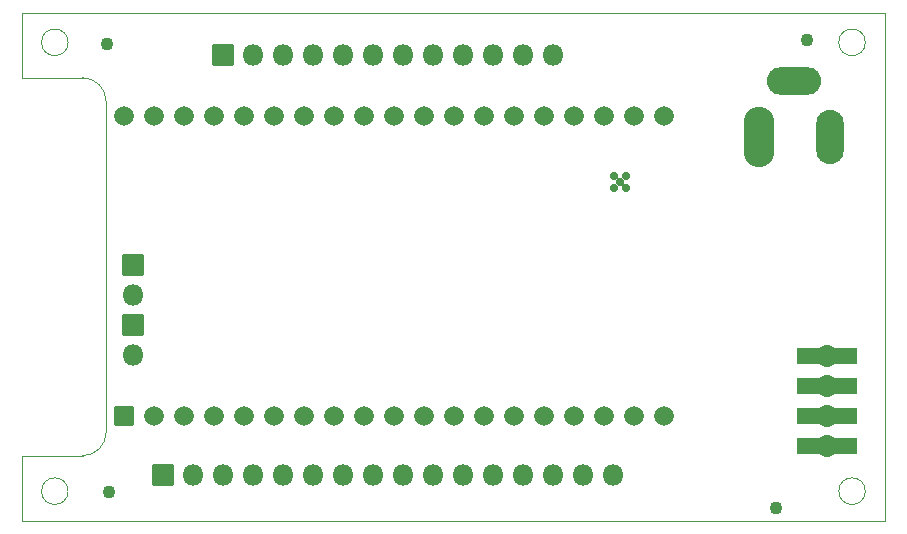
<source format=gbr>
%TF.GenerationSoftware,KiCad,Pcbnew,5.99.0-unknown-308ab8caf~106~ubuntu18.04.1*%
%TF.CreationDate,2021-02-25T19:42:54-08:00*%
%TF.ProjectId,signal-board,7369676e-616c-42d6-926f-6172642e6b69,rev?*%
%TF.SameCoordinates,Original*%
%TF.FileFunction,Soldermask,Top*%
%TF.FilePolarity,Negative*%
%FSLAX46Y46*%
G04 Gerber Fmt 4.6, Leading zero omitted, Abs format (unit mm)*
G04 Created by KiCad (PCBNEW 5.99.0-unknown-308ab8caf~106~ubuntu18.04.1) date 2021-02-25 19:42:54*
%MOMM*%
%LPD*%
G01*
G04 APERTURE LIST*
G04 Aperture macros list*
%AMRoundRect*
0 Rectangle with rounded corners*
0 $1 Rounding radius*
0 $2 $3 $4 $5 $6 $7 $8 $9 X,Y pos of 4 corners*
0 Add a 4 corners polygon primitive as box body*
4,1,4,$2,$3,$4,$5,$6,$7,$8,$9,$2,$3,0*
0 Add four circle primitives for the rounded corners*
1,1,$1+$1,$2,$3,0*
1,1,$1+$1,$4,$5,0*
1,1,$1+$1,$6,$7,0*
1,1,$1+$1,$8,$9,0*
0 Add four rect primitives between the rounded corners*
20,1,$1+$1,$2,$3,$4,$5,0*
20,1,$1+$1,$4,$5,$6,$7,0*
20,1,$1+$1,$6,$7,$8,$9,0*
20,1,$1+$1,$8,$9,$2,$3,0*%
G04 Aperture macros list end*
%TA.AperFunction,Profile*%
%ADD10C,0.100000*%
%TD*%
%TA.AperFunction,Profile*%
%ADD11C,0.120000*%
%TD*%
%ADD12RoundRect,0.050800X0.850000X-0.850000X0.850000X0.850000X-0.850000X0.850000X-0.850000X-0.850000X0*%
%ADD13O,1.801600X1.801600*%
%ADD14O,2.601600X5.101600*%
%ADD15O,2.351600X4.601600*%
%ADD16O,4.601600X2.351600*%
%ADD17C,1.101600*%
%ADD18C,1.851600*%
%ADD19RoundRect,0.050800X-2.500000X-0.625000X2.500000X-0.625000X2.500000X0.625000X-2.500000X0.625000X0*%
%ADD20RoundRect,0.050800X0.780000X-0.780000X0.780000X0.780000X-0.780000X0.780000X-0.780000X-0.780000X0*%
%ADD21C,1.661600*%
%ADD22RoundRect,0.050800X0.850000X0.850000X-0.850000X0.850000X-0.850000X-0.850000X0.850000X-0.850000X0*%
%ADD23C,0.701600*%
G04 APERTURE END LIST*
D10*
X170300000Y-141000000D02*
X170300000Y-98000000D01*
X170300000Y-141000000D02*
X97300000Y-141000000D01*
X97300000Y-135500000D02*
X97300000Y-141000000D01*
X104400000Y-133500000D02*
G75*
G02*
X102400000Y-135500000I-2000000J0D01*
G01*
X104400000Y-133500000D02*
X104400000Y-105500000D01*
X97300000Y-98000000D02*
X97300000Y-103500000D01*
D11*
X101175000Y-138500000D02*
G75*
G03*
X101175000Y-138500000I-1125000J0D01*
G01*
D10*
X102400000Y-103500000D02*
G75*
G02*
X104400000Y-105500000I0J-2000000D01*
G01*
D11*
X101175000Y-100500000D02*
G75*
G03*
X101175000Y-100500000I-1125000J0D01*
G01*
X97300000Y-98000000D02*
X170300000Y-98000000D01*
X168675000Y-138500000D02*
G75*
G03*
X168675000Y-138500000I-1125000J0D01*
G01*
D10*
X102400000Y-135500000D02*
X97300000Y-135500000D01*
D11*
X168675000Y-100500000D02*
G75*
G03*
X168675000Y-100500000I-1125000J0D01*
G01*
D10*
X102400000Y-103500000D02*
X97300000Y-103500000D01*
X170300000Y-141000000D02*
X170300000Y-98000000D01*
X170300000Y-141000000D02*
X97300000Y-141000000D01*
X97300000Y-135500000D02*
X97300000Y-141000000D01*
X104400000Y-133500000D02*
G75*
G02*
X102400000Y-135500000I-2000000J0D01*
G01*
X104400000Y-133500000D02*
X104400000Y-105500000D01*
X97300000Y-98000000D02*
X97300000Y-103500000D01*
D11*
X101175000Y-138500000D02*
G75*
G03*
X101175000Y-138500000I-1125000J0D01*
G01*
D10*
X102400000Y-103500000D02*
G75*
G02*
X104400000Y-105500000I0J-2000000D01*
G01*
D11*
X101175000Y-100500000D02*
G75*
G03*
X101175000Y-100500000I-1125000J0D01*
G01*
X97300000Y-98000000D02*
X170300000Y-98000000D01*
X168675000Y-138500000D02*
G75*
G03*
X168675000Y-138500000I-1125000J0D01*
G01*
D10*
X102400000Y-135500000D02*
X97300000Y-135500000D01*
D11*
X168675000Y-100500000D02*
G75*
G03*
X168675000Y-100500000I-1125000J0D01*
G01*
D10*
X102400000Y-103500000D02*
X97300000Y-103500000D01*
D12*
%TO.C,J4*%
X109220000Y-137160000D03*
D13*
X111760000Y-137160000D03*
X114300000Y-137160000D03*
X116840000Y-137160000D03*
X119380000Y-137160000D03*
X121920000Y-137160000D03*
X124460000Y-137160000D03*
X127000000Y-137160000D03*
X129540000Y-137160000D03*
X132080000Y-137160000D03*
X134620000Y-137160000D03*
X137160000Y-137160000D03*
X139700000Y-137160000D03*
X142240000Y-137160000D03*
X144780000Y-137160000D03*
X147320000Y-137160000D03*
%TD*%
D14*
%TO.C,J1*%
X159675000Y-108475000D03*
D15*
X165675000Y-108475000D03*
D16*
X162675000Y-103775000D03*
%TD*%
D12*
%TO.C,J2*%
X114300000Y-101600000D03*
D13*
X116840000Y-101600000D03*
X119380000Y-101600000D03*
X121920000Y-101600000D03*
X124460000Y-101600000D03*
X127000000Y-101600000D03*
X129540000Y-101600000D03*
X132080000Y-101600000D03*
X134620000Y-101600000D03*
X137160000Y-101600000D03*
X139700000Y-101600000D03*
X142240000Y-101600000D03*
%TD*%
D17*
%TO.C,TP_GND1*%
X104450000Y-100600000D03*
%TD*%
%TO.C,TP_GND6*%
X163728400Y-100304600D03*
%TD*%
%TO.C,TP_GND2*%
X104673400Y-138607800D03*
%TD*%
D18*
%TO.C,J3*%
X165430200Y-127076200D03*
D19*
X165430200Y-127076200D03*
X165430200Y-129616200D03*
D18*
X165430200Y-129616200D03*
X165430200Y-132156200D03*
D19*
X165430200Y-132156200D03*
X165430200Y-134696200D03*
D18*
X165430200Y-134696200D03*
%TD*%
D20*
%TO.C,U2*%
X105890000Y-132100000D03*
D21*
X108430000Y-132100000D03*
X110970000Y-132100000D03*
X113510000Y-132100000D03*
X116050000Y-132100000D03*
X118590000Y-132100000D03*
X121130000Y-132100000D03*
X123670000Y-132100000D03*
X126210000Y-132100000D03*
X128750000Y-132100000D03*
X131290000Y-132100000D03*
X133830000Y-132100000D03*
X136370000Y-132100000D03*
X138910000Y-132100000D03*
X141450000Y-132100000D03*
X143990000Y-132100000D03*
X146530000Y-132100000D03*
X149070000Y-132100000D03*
X151610000Y-132100000D03*
X105890000Y-106700000D03*
X108430000Y-106700000D03*
X110970000Y-106700000D03*
X113510000Y-106700000D03*
X116050000Y-106700000D03*
X118590000Y-106700000D03*
X121130000Y-106700000D03*
X123670000Y-106700000D03*
X126210000Y-106700000D03*
X128750000Y-106700000D03*
X131290000Y-106700000D03*
X133830000Y-106700000D03*
X136370000Y-106700000D03*
X138910000Y-106700000D03*
X141450000Y-106700000D03*
X143990000Y-106700000D03*
X146530000Y-106700000D03*
X149070000Y-106700000D03*
X151610000Y-106700000D03*
%TD*%
D17*
%TO.C,TP_GND8*%
X161150000Y-139900000D03*
%TD*%
D22*
%TO.C,J5*%
X106680000Y-124460000D03*
D13*
X106680000Y-127000000D03*
%TD*%
D23*
%TO.C,U1*%
X147917100Y-112320600D03*
X147417100Y-112820600D03*
X148417100Y-112820600D03*
X148417100Y-111820600D03*
X147417100Y-111820600D03*
%TD*%
D22*
%TO.C,J6*%
X106680000Y-119380000D03*
D13*
X106680000Y-121920000D03*
%TD*%
G36*
X147582039Y-112403388D02*
G01*
X147608867Y-112483801D01*
X147678349Y-112574844D01*
X147773575Y-112638472D01*
X147844313Y-112657228D01*
X147845730Y-112658638D01*
X147845218Y-112660572D01*
X147843487Y-112661136D01*
X147807806Y-112655485D01*
X147771414Y-112664221D01*
X147751947Y-112695988D01*
X147751947Y-112711069D01*
X147756877Y-112742192D01*
X147756161Y-112744059D01*
X147754185Y-112744372D01*
X147752929Y-112742833D01*
X147747069Y-112707627D01*
X147692685Y-112606836D01*
X147608582Y-112529093D01*
X147515606Y-112487989D01*
X147514427Y-112486374D01*
X147515235Y-112484545D01*
X147516728Y-112484185D01*
X147526394Y-112485716D01*
X147562786Y-112476979D01*
X147582253Y-112445212D01*
X147582253Y-112430131D01*
X147578167Y-112404334D01*
X147578883Y-112402467D01*
X147580859Y-112402154D01*
X147582039Y-112403388D01*
G37*
G36*
X148258164Y-112384751D02*
G01*
X148258844Y-112386588D01*
X148251985Y-112429894D01*
X148260721Y-112466286D01*
X148292488Y-112485753D01*
X148307569Y-112485753D01*
X148345858Y-112479688D01*
X148347725Y-112480404D01*
X148348038Y-112482380D01*
X148346653Y-112483604D01*
X148278586Y-112500513D01*
X148182372Y-112562636D01*
X148111469Y-112652578D01*
X148082442Y-112735233D01*
X148080925Y-112736536D01*
X148079038Y-112735873D01*
X148078580Y-112734257D01*
X148082215Y-112711306D01*
X148073479Y-112674914D01*
X148041712Y-112655447D01*
X148026631Y-112655447D01*
X148014046Y-112657440D01*
X148012179Y-112656724D01*
X148011866Y-112654748D01*
X148012953Y-112653623D01*
X148103983Y-112615077D01*
X148189293Y-112538667D01*
X148245254Y-112438741D01*
X148254902Y-112385916D01*
X148256196Y-112384391D01*
X148258164Y-112384751D01*
G37*
G36*
X148082039Y-111903388D02*
G01*
X148108867Y-111983801D01*
X148178349Y-112074844D01*
X148273575Y-112138472D01*
X148344313Y-112157228D01*
X148345730Y-112158638D01*
X148345218Y-112160572D01*
X148343487Y-112161136D01*
X148307806Y-112155485D01*
X148271414Y-112164221D01*
X148251947Y-112195988D01*
X148251947Y-112211069D01*
X148256877Y-112242192D01*
X148256161Y-112244059D01*
X148254185Y-112244372D01*
X148252929Y-112242833D01*
X148247069Y-112207627D01*
X148192685Y-112106836D01*
X148108582Y-112029093D01*
X148015606Y-111987989D01*
X148014427Y-111986374D01*
X148015235Y-111984545D01*
X148016728Y-111984185D01*
X148026394Y-111985716D01*
X148062786Y-111976979D01*
X148082253Y-111945212D01*
X148082253Y-111930131D01*
X148078167Y-111904334D01*
X148078883Y-111902467D01*
X148080859Y-111902154D01*
X148082039Y-111903388D01*
G37*
G36*
X147758164Y-111884751D02*
G01*
X147758844Y-111886588D01*
X147751985Y-111929894D01*
X147760721Y-111966286D01*
X147792488Y-111985753D01*
X147807569Y-111985753D01*
X147845858Y-111979688D01*
X147847725Y-111980404D01*
X147848038Y-111982380D01*
X147846653Y-111983604D01*
X147778586Y-112000513D01*
X147682372Y-112062636D01*
X147611469Y-112152578D01*
X147582442Y-112235233D01*
X147580925Y-112236536D01*
X147579038Y-112235873D01*
X147578580Y-112234257D01*
X147582215Y-112211306D01*
X147573479Y-112174914D01*
X147541712Y-112155447D01*
X147526631Y-112155447D01*
X147514046Y-112157440D01*
X147512179Y-112156724D01*
X147511866Y-112154748D01*
X147512953Y-112153623D01*
X147603983Y-112115077D01*
X147689293Y-112038667D01*
X147745254Y-111938741D01*
X147754902Y-111885916D01*
X147756196Y-111884391D01*
X147758164Y-111884751D01*
G37*
M02*

</source>
